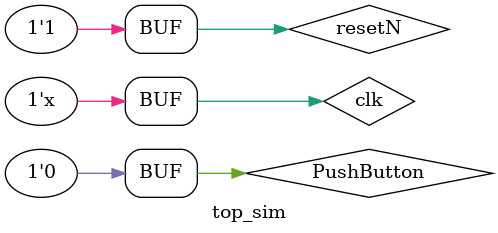
<source format=sv>
`timescale 1ns / 1ps


module top_sim();
  logic clk, resetN, PushButton, IncPulse_out;

  T1_design1 test(
  .clk(clk),
  .resetN(resetN),
  .PushButton(PushButton),
  .IncPulse_out(IncPulse_out)
  );

  always #1 clk = ~clk;
  initial begin
    clk = 1'b0;
    resetN = 1'b1;
    PushButton = 1'b0;
    #60 resetN = 1'b0;
    #30 resetN = 1'b1;
    #50 PushButton = 1'b1;
    #100 PushButton = 1'b0;
    #50 PushButton = 1'b1;
    #3  PushButton = 1'b0;
    #20 PushButton = 1'b1;
    #80 PushButton = 1'b0;
  end
endmodule

</source>
